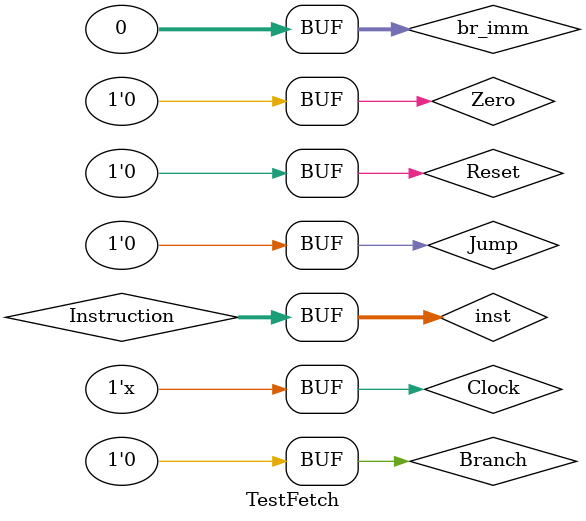
<source format=v>
`timescale 1ns / 1ps


module TestFetch;

	// Inputs
	reg Reset;
	reg Clock;
	reg Jump;
	reg Branch;
	reg Zero;
	reg [31:0] br_imm;
	reg [31:0] Instruction;
	// Outputs
	wire [31:0] addr;
	

	// Instantiate the Unit Under Test (UUT)
	Fetch uut (
		.Reset(Reset), 
		.Clock(Clock), 
		.Jump(Jump), 
		.Branch(Branch), 
		.Zero(Zero), 
		.br_imm(br_imm), 
		.Instruction(Instruction),
		.addr(addr)
	);
	
	//这里外挂一个ROM进行测试
	wire [31:0]inst;
	INST_ROM ROM(addr,inst);

	initial begin
		Reset = 1;
		Clock = 1;
		Jump = 1;
		Branch = 0;
		Zero = 0;
		br_imm = 0;
		Instruction = 32'b000010_00000_00000_0000_0000_0000_0101;  

		#100;
		Reset=0;
		#100;
		Jump = 0;
	end
	
	always begin
	 #100;
	 Clock = ~Clock;
	 Instruction = inst;	
   end
   
endmodule


</source>
